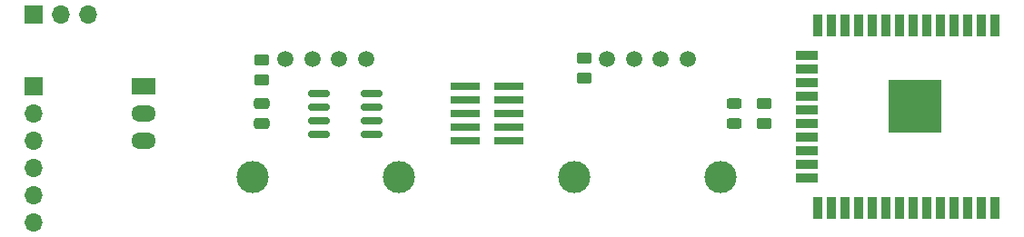
<source format=gbr>
%TF.GenerationSoftware,KiCad,Pcbnew,(5.99.0-3972-g658234715)*%
%TF.CreationDate,2020-10-12T18:33:04-04:00*%
%TF.ProjectId,lamp_refurb,6c616d70-5f72-4656-9675-72622e6b6963,1.0*%
%TF.SameCoordinates,Original*%
%TF.FileFunction,Soldermask,Top*%
%TF.FilePolarity,Negative*%
%FSLAX46Y46*%
G04 Gerber Fmt 4.6, Leading zero omitted, Abs format (unit mm)*
G04 Created by KiCad (PCBNEW (5.99.0-3972-g658234715)) date 2020-10-12 18:33:04*
%MOMM*%
%LPD*%
G01*
G04 APERTURE LIST*
G04 Aperture macros list*
%AMRoundRect*
0 Rectangle with rounded corners*
0 $1 Rounding radius*
0 $2 $3 $4 $5 $6 $7 $8 $9 X,Y pos of 4 corners*
0 Add a 4 corners polygon primitive as box body*
4,1,4,$2,$3,$4,$5,$6,$7,$8,$9,$2,$3,0*
0 Add four circle primitives for the rounded corners*
1,1,$1+$1,$2,$3,0*
1,1,$1+$1,$4,$5,0*
1,1,$1+$1,$6,$7,0*
1,1,$1+$1,$8,$9,0*
0 Add four rect primitives between the rounded corners*
20,1,$1+$1,$2,$3,$4,$5,0*
20,1,$1+$1,$4,$5,$6,$7,0*
20,1,$1+$1,$6,$7,$8,$9,0*
20,1,$1+$1,$8,$9,$2,$3,0*%
G04 Aperture macros list end*
%ADD10R,2.795000X0.740000*%
%ADD11RoundRect,0.243750X0.456250X-0.243750X0.456250X0.243750X-0.456250X0.243750X-0.456250X-0.243750X0*%
%ADD12RoundRect,0.150000X0.825000X0.150000X-0.825000X0.150000X-0.825000X-0.150000X0.825000X-0.150000X0*%
%ADD13R,2.300000X1.500000*%
%ADD14O,2.300000X1.500000*%
%ADD15R,1.700000X1.700000*%
%ADD16O,1.700000X1.700000*%
%ADD17RoundRect,0.250000X-0.450000X0.262500X-0.450000X-0.262500X0.450000X-0.262500X0.450000X0.262500X0*%
%ADD18R,0.900000X2.000000*%
%ADD19R,2.000000X0.900000*%
%ADD20R,5.000000X5.000000*%
%ADD21RoundRect,0.250000X0.450000X-0.262500X0.450000X0.262500X-0.450000X0.262500X-0.450000X-0.262500X0*%
%ADD22RoundRect,0.250000X0.475000X-0.250000X0.475000X0.250000X-0.475000X0.250000X-0.475000X-0.250000X0*%
%ADD23C,1.500000*%
%ADD24C,3.000000*%
G04 APERTURE END LIST*
D10*
%TO.C,J1*%
X104967500Y-105410000D03*
X109032500Y-105410000D03*
X104967500Y-106680000D03*
X109032500Y-106680000D03*
X104967500Y-107950000D03*
X109032500Y-107950000D03*
X104967500Y-109220000D03*
X109032500Y-109220000D03*
X104967500Y-110490000D03*
X109032500Y-110490000D03*
%TD*%
D11*
%TO.C,D1*%
X130000000Y-108937500D03*
X130000000Y-107062500D03*
%TD*%
D12*
%TO.C,Q1*%
X96225000Y-109905000D03*
X96225000Y-108635000D03*
X96225000Y-107365000D03*
X96225000Y-106095000D03*
X91275000Y-106095000D03*
X91275000Y-107365000D03*
X91275000Y-108635000D03*
X91275000Y-109905000D03*
%TD*%
D13*
%TO.C,U3*%
X74930000Y-105410000D03*
D14*
X74930000Y-107950000D03*
X74930000Y-110490000D03*
%TD*%
D15*
%TO.C,J2*%
X64710000Y-98750000D03*
D16*
X67250000Y-98750000D03*
X69790000Y-98750000D03*
%TD*%
D17*
%TO.C,R4*%
X132750000Y-107087500D03*
X132750000Y-108912500D03*
%TD*%
D18*
%TO.C,U1*%
X154315000Y-99780000D03*
X153045000Y-99780000D03*
X151775000Y-99780000D03*
X150505000Y-99780000D03*
X149235000Y-99780000D03*
X147965000Y-99780000D03*
X146695000Y-99780000D03*
X145425000Y-99780000D03*
X144155000Y-99780000D03*
X142885000Y-99780000D03*
X141615000Y-99780000D03*
X140345000Y-99780000D03*
X139075000Y-99780000D03*
X137805000Y-99780000D03*
D19*
X136805000Y-102565000D03*
X136805000Y-103835000D03*
X136805000Y-105105000D03*
X136805000Y-106375000D03*
X136805000Y-107645000D03*
X136805000Y-108915000D03*
X136805000Y-110185000D03*
X136805000Y-111455000D03*
X136805000Y-112725000D03*
X136805000Y-113995000D03*
D18*
X137805000Y-116780000D03*
X139075000Y-116780000D03*
X140345000Y-116780000D03*
X141615000Y-116780000D03*
X142885000Y-116780000D03*
X144155000Y-116780000D03*
X145425000Y-116780000D03*
X146695000Y-116780000D03*
X147965000Y-116780000D03*
X149235000Y-116780000D03*
X150505000Y-116780000D03*
X151775000Y-116780000D03*
X153045000Y-116780000D03*
X154315000Y-116780000D03*
D20*
X146815000Y-107280000D03*
%TD*%
D21*
%TO.C,R1*%
X86000000Y-104841594D03*
X86000000Y-103016594D03*
%TD*%
D15*
%TO.C,J3*%
X64750000Y-105420000D03*
D16*
X64750000Y-107960000D03*
X64750000Y-110500000D03*
X64750000Y-113040000D03*
X64750000Y-115580000D03*
X64750000Y-118120000D03*
%TD*%
D21*
%TO.C,R2*%
X116000000Y-104668341D03*
X116000000Y-102843341D03*
%TD*%
D22*
%TO.C,C1*%
X86000000Y-108950000D03*
X86000000Y-107050000D03*
%TD*%
D23*
%TO.C,RV2*%
X118170000Y-102870000D03*
X120670000Y-102870000D03*
X123170000Y-102870000D03*
X125670000Y-102870000D03*
D24*
X115120000Y-113870000D03*
X128720000Y-113870000D03*
%TD*%
D23*
%TO.C,RV1*%
X88170000Y-102870000D03*
X90670000Y-102870000D03*
X93170000Y-102870000D03*
X95670000Y-102870000D03*
D24*
X85120000Y-113870000D03*
X98720000Y-113870000D03*
%TD*%
M02*

</source>
